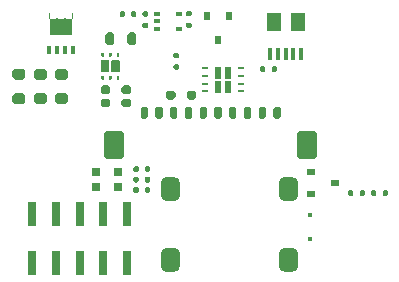
<source format=gtp>
G04 #@! TF.GenerationSoftware,KiCad,Pcbnew,5.1.6*
G04 #@! TF.CreationDate,2020-06-25T22:37:20+02:00*
G04 #@! TF.ProjectId,altimeter,616c7469-6d65-4746-9572-2e6b69636164,V 1.2 Rev. A*
G04 #@! TF.SameCoordinates,Original*
G04 #@! TF.FileFunction,Paste,Top*
G04 #@! TF.FilePolarity,Positive*
%FSLAX46Y46*%
G04 Gerber Fmt 4.6, Leading zero omitted, Abs format (unit mm)*
G04 Created by KiCad (PCBNEW 5.1.6) date 2020-06-25 22:37:20*
%MOMM*%
%LPD*%
G01*
G04 APERTURE LIST*
%ADD10R,0.500000X0.300000*%
%ADD11R,0.600000X1.000000*%
%ADD12R,0.500000X0.260000*%
%ADD13R,0.780000X0.780000*%
%ADD14R,0.340000X0.460000*%
%ADD15C,0.100000*%
%ADD16R,0.304000X0.772000*%
%ADD17R,0.700000X0.620000*%
%ADD18R,0.620000X0.700000*%
%ADD19R,1.180000X1.500000*%
%ADD20R,0.300000X1.060000*%
%ADD21R,0.780000X2.044000*%
G04 APERTURE END LIST*
D10*
X163425000Y-97750000D03*
X163425000Y-99050000D03*
X161525000Y-98400000D03*
X161525000Y-99050000D03*
X161525000Y-97750000D03*
G36*
G01*
X158350301Y-102700000D02*
X157749699Y-102700000D01*
G75*
G02*
X157700000Y-102650301I0J49699D01*
G01*
X157700000Y-101749699D01*
G75*
G02*
X157749699Y-101700000I49699J0D01*
G01*
X158350301Y-101700000D01*
G75*
G02*
X158400000Y-101749699I0J-49699D01*
G01*
X158400000Y-102650301D01*
G75*
G02*
X158350301Y-102700000I-49699J0D01*
G01*
G37*
G36*
G01*
X157450301Y-102700000D02*
X156849699Y-102700000D01*
G75*
G02*
X156800000Y-102650301I0J49699D01*
G01*
X156800000Y-101749699D01*
G75*
G02*
X156849699Y-101700000I49699J0D01*
G01*
X157450301Y-101700000D01*
G75*
G02*
X157500000Y-101749699I0J-49699D01*
G01*
X157500000Y-102650301D01*
G75*
G02*
X157450301Y-102700000I-49699J0D01*
G01*
G37*
G36*
G01*
X158323260Y-101395000D02*
X158176740Y-101395000D01*
G75*
G02*
X158140000Y-101358260I0J36740D01*
G01*
X158140000Y-101091740D01*
G75*
G02*
X158176740Y-101055000I36740J0D01*
G01*
X158323260Y-101055000D01*
G75*
G02*
X158360000Y-101091740I0J-36740D01*
G01*
X158360000Y-101358260D01*
G75*
G02*
X158323260Y-101395000I-36740J0D01*
G01*
G37*
G36*
G01*
X157673260Y-101395000D02*
X157526740Y-101395000D01*
G75*
G02*
X157490000Y-101358260I0J36740D01*
G01*
X157490000Y-101091740D01*
G75*
G02*
X157526740Y-101055000I36740J0D01*
G01*
X157673260Y-101055000D01*
G75*
G02*
X157710000Y-101091740I0J-36740D01*
G01*
X157710000Y-101358260D01*
G75*
G02*
X157673260Y-101395000I-36740J0D01*
G01*
G37*
G36*
G01*
X157023260Y-101395000D02*
X156876740Y-101395000D01*
G75*
G02*
X156840000Y-101358260I0J36740D01*
G01*
X156840000Y-101091740D01*
G75*
G02*
X156876740Y-101055000I36740J0D01*
G01*
X157023260Y-101055000D01*
G75*
G02*
X157060000Y-101091740I0J-36740D01*
G01*
X157060000Y-101358260D01*
G75*
G02*
X157023260Y-101395000I-36740J0D01*
G01*
G37*
G36*
G01*
X158323260Y-103345000D02*
X158176740Y-103345000D01*
G75*
G02*
X158140000Y-103308260I0J36740D01*
G01*
X158140000Y-103041740D01*
G75*
G02*
X158176740Y-103005000I36740J0D01*
G01*
X158323260Y-103005000D01*
G75*
G02*
X158360000Y-103041740I0J-36740D01*
G01*
X158360000Y-103308260D01*
G75*
G02*
X158323260Y-103345000I-36740J0D01*
G01*
G37*
G36*
G01*
X157673260Y-103345000D02*
X157526740Y-103345000D01*
G75*
G02*
X157490000Y-103308260I0J36740D01*
G01*
X157490000Y-103041740D01*
G75*
G02*
X157526740Y-103005000I36740J0D01*
G01*
X157673260Y-103005000D01*
G75*
G02*
X157710000Y-103041740I0J-36740D01*
G01*
X157710000Y-103308260D01*
G75*
G02*
X157673260Y-103345000I-36740J0D01*
G01*
G37*
G36*
G01*
X157023260Y-103345000D02*
X156876740Y-103345000D01*
G75*
G02*
X156840000Y-103308260I0J36740D01*
G01*
X156840000Y-103041740D01*
G75*
G02*
X156876740Y-103005000I36740J0D01*
G01*
X157023260Y-103005000D01*
G75*
G02*
X157060000Y-103041740I0J-36740D01*
G01*
X157060000Y-103308260D01*
G75*
G02*
X157023260Y-103345000I-36740J0D01*
G01*
G37*
G36*
G01*
X158550000Y-105515000D02*
X158550000Y-105145000D01*
G75*
G02*
X158735000Y-104960000I185000J0D01*
G01*
X159185000Y-104960000D01*
G75*
G02*
X159370000Y-105145000I0J-185000D01*
G01*
X159370000Y-105515000D01*
G75*
G02*
X159185000Y-105700000I-185000J0D01*
G01*
X158735000Y-105700000D01*
G75*
G02*
X158550000Y-105515000I0J185000D01*
G01*
G37*
G36*
G01*
X156800000Y-105515000D02*
X156800000Y-105145000D01*
G75*
G02*
X156985000Y-104960000I185000J0D01*
G01*
X157435000Y-104960000D01*
G75*
G02*
X157620000Y-105145000I0J-185000D01*
G01*
X157620000Y-105515000D01*
G75*
G02*
X157435000Y-105700000I-185000J0D01*
G01*
X156985000Y-105700000D01*
G75*
G02*
X156800000Y-105515000I0J185000D01*
G01*
G37*
G36*
G01*
X151330651Y-104505000D02*
X152039349Y-104505000D01*
G75*
G02*
X152235000Y-104700651I0J-195651D01*
G01*
X152235000Y-105209349D01*
G75*
G02*
X152039349Y-105405000I-195651J0D01*
G01*
X151330651Y-105405000D01*
G75*
G02*
X151135000Y-105209349I0J195651D01*
G01*
X151135000Y-104700651D01*
G75*
G02*
X151330651Y-104505000I195651J0D01*
G01*
G37*
G36*
G01*
X151330651Y-102455000D02*
X152039349Y-102455000D01*
G75*
G02*
X152235000Y-102650651I0J-195651D01*
G01*
X152235000Y-103159349D01*
G75*
G02*
X152039349Y-103355000I-195651J0D01*
G01*
X151330651Y-103355000D01*
G75*
G02*
X151135000Y-103159349I0J195651D01*
G01*
X151135000Y-102650651D01*
G75*
G02*
X151330651Y-102455000I195651J0D01*
G01*
G37*
G36*
G01*
X153145651Y-104505000D02*
X153854349Y-104505000D01*
G75*
G02*
X154050000Y-104700651I0J-195651D01*
G01*
X154050000Y-105209349D01*
G75*
G02*
X153854349Y-105405000I-195651J0D01*
G01*
X153145651Y-105405000D01*
G75*
G02*
X152950000Y-105209349I0J195651D01*
G01*
X152950000Y-104700651D01*
G75*
G02*
X153145651Y-104505000I195651J0D01*
G01*
G37*
G36*
G01*
X153145651Y-102455000D02*
X153854349Y-102455000D01*
G75*
G02*
X154050000Y-102650651I0J-195651D01*
G01*
X154050000Y-103159349D01*
G75*
G02*
X153854349Y-103355000I-195651J0D01*
G01*
X153145651Y-103355000D01*
G75*
G02*
X152950000Y-103159349I0J195651D01*
G01*
X152950000Y-102650651D01*
G75*
G02*
X153145651Y-102455000I195651J0D01*
G01*
G37*
G36*
G01*
X149515651Y-104505000D02*
X150224349Y-104505000D01*
G75*
G02*
X150420000Y-104700651I0J-195651D01*
G01*
X150420000Y-105209349D01*
G75*
G02*
X150224349Y-105405000I-195651J0D01*
G01*
X149515651Y-105405000D01*
G75*
G02*
X149320000Y-105209349I0J195651D01*
G01*
X149320000Y-104700651D01*
G75*
G02*
X149515651Y-104505000I195651J0D01*
G01*
G37*
G36*
G01*
X149515651Y-102455000D02*
X150224349Y-102455000D01*
G75*
G02*
X150420000Y-102650651I0J-195651D01*
G01*
X150420000Y-103159349D01*
G75*
G02*
X150224349Y-103355000I-195651J0D01*
G01*
X149515651Y-103355000D01*
G75*
G02*
X149320000Y-103159349I0J195651D01*
G01*
X149320000Y-102650651D01*
G75*
G02*
X149515651Y-102455000I195651J0D01*
G01*
G37*
G36*
G01*
X163135000Y-104475000D02*
X163135000Y-104845000D01*
G75*
G02*
X162950000Y-105030000I-185000J0D01*
G01*
X162500000Y-105030000D01*
G75*
G02*
X162315000Y-104845000I0J185000D01*
G01*
X162315000Y-104475000D01*
G75*
G02*
X162500000Y-104290000I185000J0D01*
G01*
X162950000Y-104290000D01*
G75*
G02*
X163135000Y-104475000I0J-185000D01*
G01*
G37*
G36*
G01*
X164885000Y-104475000D02*
X164885000Y-104845000D01*
G75*
G02*
X164700000Y-105030000I-185000J0D01*
G01*
X164250000Y-105030000D01*
G75*
G02*
X164065000Y-104845000I0J185000D01*
G01*
X164065000Y-104475000D01*
G75*
G02*
X164250000Y-104290000I185000J0D01*
G01*
X164700000Y-104290000D01*
G75*
G02*
X164885000Y-104475000I0J-185000D01*
G01*
G37*
G36*
G01*
X163333000Y-101541000D02*
X163067000Y-101541000D01*
G75*
G02*
X162954000Y-101428000I0J113000D01*
G01*
X162954000Y-101202000D01*
G75*
G02*
X163067000Y-101089000I113000J0D01*
G01*
X163333000Y-101089000D01*
G75*
G02*
X163446000Y-101202000I0J-113000D01*
G01*
X163446000Y-101428000D01*
G75*
G02*
X163333000Y-101541000I-113000J0D01*
G01*
G37*
G36*
G01*
X163333000Y-102511000D02*
X163067000Y-102511000D01*
G75*
G02*
X162954000Y-102398000I0J113000D01*
G01*
X162954000Y-102172000D01*
G75*
G02*
X163067000Y-102059000I113000J0D01*
G01*
X163333000Y-102059000D01*
G75*
G02*
X163446000Y-102172000I0J-113000D01*
G01*
X163446000Y-102398000D01*
G75*
G02*
X163333000Y-102511000I-113000J0D01*
G01*
G37*
G36*
G01*
X159057500Y-100260000D02*
X159057500Y-99540000D01*
G75*
G02*
X159247500Y-99350000I190000J0D01*
G01*
X159627500Y-99350000D01*
G75*
G02*
X159817500Y-99540000I0J-190000D01*
G01*
X159817500Y-100260000D01*
G75*
G02*
X159627500Y-100450000I-190000J0D01*
G01*
X159247500Y-100450000D01*
G75*
G02*
X159057500Y-100260000I0J190000D01*
G01*
G37*
G36*
G01*
X157182500Y-100260000D02*
X157182500Y-99540000D01*
G75*
G02*
X157372500Y-99350000I190000J0D01*
G01*
X157752500Y-99350000D01*
G75*
G02*
X157942500Y-99540000I0J-190000D01*
G01*
X157942500Y-100260000D01*
G75*
G02*
X157752500Y-100450000I-190000J0D01*
G01*
X157372500Y-100450000D01*
G75*
G02*
X157182500Y-100260000I0J190000D01*
G01*
G37*
D11*
X167537500Y-103950000D03*
X166762500Y-103950000D03*
X166762500Y-102750000D03*
X167537500Y-102750000D03*
D12*
X165600000Y-104325000D03*
X165600000Y-103675000D03*
X165600000Y-103025000D03*
X165600000Y-102375000D03*
X168700000Y-102375000D03*
X168700000Y-103025000D03*
X168700000Y-103675000D03*
X168700000Y-104325000D03*
G36*
G01*
X160011000Y-110797000D02*
X160011000Y-111063000D01*
G75*
G02*
X159898000Y-111176000I-113000J0D01*
G01*
X159672000Y-111176000D01*
G75*
G02*
X159559000Y-111063000I0J113000D01*
G01*
X159559000Y-110797000D01*
G75*
G02*
X159672000Y-110684000I113000J0D01*
G01*
X159898000Y-110684000D01*
G75*
G02*
X160011000Y-110797000I0J-113000D01*
G01*
G37*
G36*
G01*
X160981000Y-110797000D02*
X160981000Y-111063000D01*
G75*
G02*
X160868000Y-111176000I-113000J0D01*
G01*
X160642000Y-111176000D01*
G75*
G02*
X160529000Y-111063000I0J113000D01*
G01*
X160529000Y-110797000D01*
G75*
G02*
X160642000Y-110684000I113000J0D01*
G01*
X160868000Y-110684000D01*
G75*
G02*
X160981000Y-110797000I0J-113000D01*
G01*
G37*
G36*
G01*
X160011000Y-111677000D02*
X160011000Y-111943000D01*
G75*
G02*
X159898000Y-112056000I-113000J0D01*
G01*
X159672000Y-112056000D01*
G75*
G02*
X159559000Y-111943000I0J113000D01*
G01*
X159559000Y-111677000D01*
G75*
G02*
X159672000Y-111564000I113000J0D01*
G01*
X159898000Y-111564000D01*
G75*
G02*
X160011000Y-111677000I0J-113000D01*
G01*
G37*
G36*
G01*
X160981000Y-111677000D02*
X160981000Y-111943000D01*
G75*
G02*
X160868000Y-112056000I-113000J0D01*
G01*
X160642000Y-112056000D01*
G75*
G02*
X160529000Y-111943000I0J113000D01*
G01*
X160529000Y-111677000D01*
G75*
G02*
X160642000Y-111564000I113000J0D01*
G01*
X160868000Y-111564000D01*
G75*
G02*
X160981000Y-111677000I0J-113000D01*
G01*
G37*
G36*
G01*
X160011000Y-112557000D02*
X160011000Y-112823000D01*
G75*
G02*
X159898000Y-112936000I-113000J0D01*
G01*
X159672000Y-112936000D01*
G75*
G02*
X159559000Y-112823000I0J113000D01*
G01*
X159559000Y-112557000D01*
G75*
G02*
X159672000Y-112444000I113000J0D01*
G01*
X159898000Y-112444000D01*
G75*
G02*
X160011000Y-112557000I0J-113000D01*
G01*
G37*
G36*
G01*
X160981000Y-112557000D02*
X160981000Y-112823000D01*
G75*
G02*
X160868000Y-112936000I-113000J0D01*
G01*
X160642000Y-112936000D01*
G75*
G02*
X160529000Y-112823000I0J113000D01*
G01*
X160529000Y-112557000D01*
G75*
G02*
X160642000Y-112444000I113000J0D01*
G01*
X160868000Y-112444000D01*
G75*
G02*
X160981000Y-112557000I0J-113000D01*
G01*
G37*
D13*
X158225000Y-112425000D03*
X156375000Y-112425000D03*
X156375000Y-111175000D03*
X158225000Y-111175000D03*
G36*
G01*
X173445000Y-109892381D02*
X173445000Y-107907619D01*
G75*
G02*
X173642619Y-107710000I197619J0D01*
G01*
X174907381Y-107710000D01*
G75*
G02*
X175105000Y-107907619I0J-197619D01*
G01*
X175105000Y-109892381D01*
G75*
G02*
X174907381Y-110090000I-197619J0D01*
G01*
X173642619Y-110090000D01*
G75*
G02*
X173445000Y-109892381I0J197619D01*
G01*
G37*
G36*
G01*
X157095000Y-109892381D02*
X157095000Y-107907619D01*
G75*
G02*
X157292619Y-107710000I197619J0D01*
G01*
X158557381Y-107710000D01*
G75*
G02*
X158755000Y-107907619I0J-197619D01*
G01*
X158755000Y-109892381D01*
G75*
G02*
X158557381Y-110090000I-197619J0D01*
G01*
X157292619Y-110090000D01*
G75*
G02*
X157095000Y-109892381I0J197619D01*
G01*
G37*
G36*
G01*
X171415000Y-106505000D02*
X171415000Y-105795000D01*
G75*
G02*
X171570000Y-105640000I155000J0D01*
G01*
X171880000Y-105640000D01*
G75*
G02*
X172035000Y-105795000I0J-155000D01*
G01*
X172035000Y-106505000D01*
G75*
G02*
X171880000Y-106660000I-155000J0D01*
G01*
X171570000Y-106660000D01*
G75*
G02*
X171415000Y-106505000I0J155000D01*
G01*
G37*
G36*
G01*
X170165000Y-106505000D02*
X170165000Y-105795000D01*
G75*
G02*
X170320000Y-105640000I155000J0D01*
G01*
X170630000Y-105640000D01*
G75*
G02*
X170785000Y-105795000I0J-155000D01*
G01*
X170785000Y-106505000D01*
G75*
G02*
X170630000Y-106660000I-155000J0D01*
G01*
X170320000Y-106660000D01*
G75*
G02*
X170165000Y-106505000I0J155000D01*
G01*
G37*
G36*
G01*
X168915000Y-106505000D02*
X168915000Y-105795000D01*
G75*
G02*
X169070000Y-105640000I155000J0D01*
G01*
X169380000Y-105640000D01*
G75*
G02*
X169535000Y-105795000I0J-155000D01*
G01*
X169535000Y-106505000D01*
G75*
G02*
X169380000Y-106660000I-155000J0D01*
G01*
X169070000Y-106660000D01*
G75*
G02*
X168915000Y-106505000I0J155000D01*
G01*
G37*
G36*
G01*
X167665000Y-106505000D02*
X167665000Y-105795000D01*
G75*
G02*
X167820000Y-105640000I155000J0D01*
G01*
X168130000Y-105640000D01*
G75*
G02*
X168285000Y-105795000I0J-155000D01*
G01*
X168285000Y-106505000D01*
G75*
G02*
X168130000Y-106660000I-155000J0D01*
G01*
X167820000Y-106660000D01*
G75*
G02*
X167665000Y-106505000I0J155000D01*
G01*
G37*
G36*
G01*
X166415000Y-106505000D02*
X166415000Y-105795000D01*
G75*
G02*
X166570000Y-105640000I155000J0D01*
G01*
X166880000Y-105640000D01*
G75*
G02*
X167035000Y-105795000I0J-155000D01*
G01*
X167035000Y-106505000D01*
G75*
G02*
X166880000Y-106660000I-155000J0D01*
G01*
X166570000Y-106660000D01*
G75*
G02*
X166415000Y-106505000I0J155000D01*
G01*
G37*
G36*
G01*
X165165000Y-106505000D02*
X165165000Y-105795000D01*
G75*
G02*
X165320000Y-105640000I155000J0D01*
G01*
X165630000Y-105640000D01*
G75*
G02*
X165785000Y-105795000I0J-155000D01*
G01*
X165785000Y-106505000D01*
G75*
G02*
X165630000Y-106660000I-155000J0D01*
G01*
X165320000Y-106660000D01*
G75*
G02*
X165165000Y-106505000I0J155000D01*
G01*
G37*
G36*
G01*
X163915000Y-106505000D02*
X163915000Y-105795000D01*
G75*
G02*
X164070000Y-105640000I155000J0D01*
G01*
X164380000Y-105640000D01*
G75*
G02*
X164535000Y-105795000I0J-155000D01*
G01*
X164535000Y-106505000D01*
G75*
G02*
X164380000Y-106660000I-155000J0D01*
G01*
X164070000Y-106660000D01*
G75*
G02*
X163915000Y-106505000I0J155000D01*
G01*
G37*
G36*
G01*
X162665000Y-106505000D02*
X162665000Y-105795000D01*
G75*
G02*
X162820000Y-105640000I155000J0D01*
G01*
X163130000Y-105640000D01*
G75*
G02*
X163285000Y-105795000I0J-155000D01*
G01*
X163285000Y-106505000D01*
G75*
G02*
X163130000Y-106660000I-155000J0D01*
G01*
X162820000Y-106660000D01*
G75*
G02*
X162665000Y-106505000I0J155000D01*
G01*
G37*
G36*
G01*
X161415000Y-106505000D02*
X161415000Y-105795000D01*
G75*
G02*
X161570000Y-105640000I155000J0D01*
G01*
X161880000Y-105640000D01*
G75*
G02*
X162035000Y-105795000I0J-155000D01*
G01*
X162035000Y-106505000D01*
G75*
G02*
X161880000Y-106660000I-155000J0D01*
G01*
X161570000Y-106660000D01*
G75*
G02*
X161415000Y-106505000I0J155000D01*
G01*
G37*
G36*
G01*
X160165000Y-106505000D02*
X160165000Y-105795000D01*
G75*
G02*
X160320000Y-105640000I155000J0D01*
G01*
X160630000Y-105640000D01*
G75*
G02*
X160785000Y-105795000I0J-155000D01*
G01*
X160785000Y-106505000D01*
G75*
G02*
X160630000Y-106660000I-155000J0D01*
G01*
X160320000Y-106660000D01*
G75*
G02*
X160165000Y-106505000I0J155000D01*
G01*
G37*
D14*
X174498000Y-114774000D03*
X174498000Y-116874000D03*
G36*
G01*
X178709000Y-113083000D02*
X178709000Y-112817000D01*
G75*
G02*
X178822000Y-112704000I113000J0D01*
G01*
X179048000Y-112704000D01*
G75*
G02*
X179161000Y-112817000I0J-113000D01*
G01*
X179161000Y-113083000D01*
G75*
G02*
X179048000Y-113196000I-113000J0D01*
G01*
X178822000Y-113196000D01*
G75*
G02*
X178709000Y-113083000I0J113000D01*
G01*
G37*
G36*
G01*
X177739000Y-113083000D02*
X177739000Y-112817000D01*
G75*
G02*
X177852000Y-112704000I113000J0D01*
G01*
X178078000Y-112704000D01*
G75*
G02*
X178191000Y-112817000I0J-113000D01*
G01*
X178191000Y-113083000D01*
G75*
G02*
X178078000Y-113196000I-113000J0D01*
G01*
X177852000Y-113196000D01*
G75*
G02*
X177739000Y-113083000I0J113000D01*
G01*
G37*
D15*
G36*
X152460000Y-97692500D02*
G01*
X152460000Y-98020000D01*
X152463507Y-98055604D01*
X152473892Y-98089840D01*
X152490757Y-98121392D01*
X152513453Y-98149047D01*
X152541108Y-98171743D01*
X152572660Y-98188608D01*
X152606896Y-98198993D01*
X152642500Y-98202500D01*
X152897500Y-98202500D01*
X152933104Y-98198993D01*
X152967340Y-98188608D01*
X152998892Y-98171743D01*
X153026547Y-98149047D01*
X153049243Y-98121392D01*
X153066108Y-98089840D01*
X153076493Y-98055604D01*
X153080000Y-98020000D01*
X153080000Y-97692500D01*
X153120000Y-97692500D01*
X153120000Y-98020000D01*
X153123507Y-98055604D01*
X153133892Y-98089840D01*
X153150757Y-98121392D01*
X153173453Y-98149047D01*
X153201108Y-98171743D01*
X153232660Y-98188608D01*
X153266896Y-98198993D01*
X153302500Y-98202500D01*
X153557500Y-98202500D01*
X153593104Y-98198993D01*
X153627340Y-98188608D01*
X153658892Y-98171743D01*
X153686547Y-98149047D01*
X153709243Y-98121392D01*
X153726108Y-98089840D01*
X153736493Y-98055604D01*
X153740000Y-98020000D01*
X153740000Y-97692500D01*
X153780000Y-97692500D01*
X153780000Y-98020000D01*
X153783507Y-98055604D01*
X153793892Y-98089840D01*
X153810757Y-98121392D01*
X153833453Y-98149047D01*
X153861108Y-98171743D01*
X153892660Y-98188608D01*
X153926896Y-98198993D01*
X153962500Y-98202500D01*
X154217500Y-98202500D01*
X154253104Y-98198993D01*
X154287340Y-98188608D01*
X154318892Y-98171743D01*
X154346547Y-98149047D01*
X154369243Y-98121392D01*
X154386108Y-98089840D01*
X154396493Y-98055604D01*
X154400000Y-98020000D01*
X154400000Y-97692500D01*
X154442500Y-97692500D01*
X154442500Y-98121218D01*
X154418453Y-98140953D01*
X154395757Y-98168608D01*
X154378892Y-98200160D01*
X154368507Y-98234396D01*
X154365000Y-98270000D01*
X154365000Y-99562500D01*
X152495000Y-99562500D01*
X152495000Y-98270000D01*
X152491493Y-98234396D01*
X152481108Y-98200160D01*
X152464243Y-98168608D01*
X152441547Y-98140953D01*
X152417500Y-98121218D01*
X152417500Y-97692500D01*
X152460000Y-97692500D01*
G37*
D16*
X154420000Y-100875000D03*
X153760000Y-100875000D03*
X153100000Y-100875000D03*
X152440000Y-100875000D03*
G36*
G01*
X180141000Y-112817000D02*
X180141000Y-113083000D01*
G75*
G02*
X180028000Y-113196000I-113000J0D01*
G01*
X179802000Y-113196000D01*
G75*
G02*
X179689000Y-113083000I0J113000D01*
G01*
X179689000Y-112817000D01*
G75*
G02*
X179802000Y-112704000I113000J0D01*
G01*
X180028000Y-112704000D01*
G75*
G02*
X180141000Y-112817000I0J-113000D01*
G01*
G37*
G36*
G01*
X181111000Y-112817000D02*
X181111000Y-113083000D01*
G75*
G02*
X180998000Y-113196000I-113000J0D01*
G01*
X180772000Y-113196000D01*
G75*
G02*
X180659000Y-113083000I0J113000D01*
G01*
X180659000Y-112817000D01*
G75*
G02*
X180772000Y-112704000I113000J0D01*
G01*
X180998000Y-112704000D01*
G75*
G02*
X181111000Y-112817000I0J-113000D01*
G01*
G37*
G36*
G01*
X164117000Y-98509000D02*
X164383000Y-98509000D01*
G75*
G02*
X164496000Y-98622000I0J-113000D01*
G01*
X164496000Y-98848000D01*
G75*
G02*
X164383000Y-98961000I-113000J0D01*
G01*
X164117000Y-98961000D01*
G75*
G02*
X164004000Y-98848000I0J113000D01*
G01*
X164004000Y-98622000D01*
G75*
G02*
X164117000Y-98509000I113000J0D01*
G01*
G37*
G36*
G01*
X164117000Y-97539000D02*
X164383000Y-97539000D01*
G75*
G02*
X164496000Y-97652000I0J-113000D01*
G01*
X164496000Y-97878000D01*
G75*
G02*
X164383000Y-97991000I-113000J0D01*
G01*
X164117000Y-97991000D01*
G75*
G02*
X164004000Y-97878000I0J113000D01*
G01*
X164004000Y-97652000D01*
G75*
G02*
X164117000Y-97539000I113000J0D01*
G01*
G37*
D17*
X176600000Y-112100000D03*
X174600000Y-113050000D03*
X174600000Y-111150000D03*
G36*
G01*
X163085800Y-113598100D02*
X162295800Y-113598100D01*
G75*
G02*
X161900800Y-113203100I0J395000D01*
G01*
X161900800Y-112013100D01*
G75*
G02*
X162295800Y-111618100I395000J0D01*
G01*
X163085800Y-111618100D01*
G75*
G02*
X163480800Y-112013100I0J-395000D01*
G01*
X163480800Y-113203100D01*
G75*
G02*
X163085800Y-113598100I-395000J0D01*
G01*
G37*
G36*
G01*
X173085800Y-113598100D02*
X172295800Y-113598100D01*
G75*
G02*
X171900800Y-113203100I0J395000D01*
G01*
X171900800Y-112013100D01*
G75*
G02*
X172295800Y-111618100I395000J0D01*
G01*
X173085800Y-111618100D01*
G75*
G02*
X173480800Y-112013100I0J-395000D01*
G01*
X173480800Y-113203100D01*
G75*
G02*
X173085800Y-113598100I-395000J0D01*
G01*
G37*
G36*
G01*
X173085800Y-119598100D02*
X172295800Y-119598100D01*
G75*
G02*
X171900800Y-119203100I0J395000D01*
G01*
X171900800Y-118013100D01*
G75*
G02*
X172295800Y-117618100I395000J0D01*
G01*
X173085800Y-117618100D01*
G75*
G02*
X173480800Y-118013100I0J-395000D01*
G01*
X173480800Y-119203100D01*
G75*
G02*
X173085800Y-119598100I-395000J0D01*
G01*
G37*
G36*
G01*
X163085800Y-119598100D02*
X162295800Y-119598100D01*
G75*
G02*
X161900800Y-119203100I0J395000D01*
G01*
X161900800Y-118013100D01*
G75*
G02*
X162295800Y-117618100I395000J0D01*
G01*
X163085800Y-117618100D01*
G75*
G02*
X163480800Y-118013100I0J-395000D01*
G01*
X163480800Y-119203100D01*
G75*
G02*
X163085800Y-119598100I-395000J0D01*
G01*
G37*
G36*
G01*
X170741000Y-102317000D02*
X170741000Y-102583000D01*
G75*
G02*
X170628000Y-102696000I-113000J0D01*
G01*
X170402000Y-102696000D01*
G75*
G02*
X170289000Y-102583000I0J113000D01*
G01*
X170289000Y-102317000D01*
G75*
G02*
X170402000Y-102204000I113000J0D01*
G01*
X170628000Y-102204000D01*
G75*
G02*
X170741000Y-102317000I0J-113000D01*
G01*
G37*
G36*
G01*
X171711000Y-102317000D02*
X171711000Y-102583000D01*
G75*
G02*
X171598000Y-102696000I-113000J0D01*
G01*
X171372000Y-102696000D01*
G75*
G02*
X171259000Y-102583000I0J113000D01*
G01*
X171259000Y-102317000D01*
G75*
G02*
X171372000Y-102204000I113000J0D01*
G01*
X171598000Y-102204000D01*
G75*
G02*
X171711000Y-102317000I0J-113000D01*
G01*
G37*
G36*
G01*
X160442000Y-98534000D02*
X160708000Y-98534000D01*
G75*
G02*
X160821000Y-98647000I0J-113000D01*
G01*
X160821000Y-98873000D01*
G75*
G02*
X160708000Y-98986000I-113000J0D01*
G01*
X160442000Y-98986000D01*
G75*
G02*
X160329000Y-98873000I0J113000D01*
G01*
X160329000Y-98647000D01*
G75*
G02*
X160442000Y-98534000I113000J0D01*
G01*
G37*
G36*
G01*
X160442000Y-97564000D02*
X160708000Y-97564000D01*
G75*
G02*
X160821000Y-97677000I0J-113000D01*
G01*
X160821000Y-97903000D01*
G75*
G02*
X160708000Y-98016000I-113000J0D01*
G01*
X160442000Y-98016000D01*
G75*
G02*
X160329000Y-97903000I0J113000D01*
G01*
X160329000Y-97677000D01*
G75*
G02*
X160442000Y-97564000I113000J0D01*
G01*
G37*
G36*
G01*
X159359000Y-97933000D02*
X159359000Y-97667000D01*
G75*
G02*
X159472000Y-97554000I113000J0D01*
G01*
X159698000Y-97554000D01*
G75*
G02*
X159811000Y-97667000I0J-113000D01*
G01*
X159811000Y-97933000D01*
G75*
G02*
X159698000Y-98046000I-113000J0D01*
G01*
X159472000Y-98046000D01*
G75*
G02*
X159359000Y-97933000I0J113000D01*
G01*
G37*
G36*
G01*
X158389000Y-97933000D02*
X158389000Y-97667000D01*
G75*
G02*
X158502000Y-97554000I113000J0D01*
G01*
X158728000Y-97554000D01*
G75*
G02*
X158841000Y-97667000I0J-113000D01*
G01*
X158841000Y-97933000D01*
G75*
G02*
X158728000Y-98046000I-113000J0D01*
G01*
X158502000Y-98046000D01*
G75*
G02*
X158389000Y-97933000I0J113000D01*
G01*
G37*
D18*
X166700000Y-99950000D03*
X165750000Y-97950000D03*
X167650000Y-97950000D03*
D19*
X173460000Y-98462500D03*
D20*
X172460000Y-101162500D03*
X171810000Y-101162500D03*
X171160000Y-101162500D03*
X173760000Y-101162500D03*
X173110000Y-101162500D03*
D19*
X171460000Y-98462500D03*
D21*
X159000000Y-114715000D03*
X159000000Y-118885000D03*
X157000000Y-114715000D03*
X157000000Y-118885000D03*
X155000000Y-114715000D03*
X155000000Y-118885000D03*
X153000000Y-114715000D03*
X153000000Y-118885000D03*
X151000000Y-114715000D03*
X151000000Y-118885000D03*
G36*
G01*
X158550000Y-104385000D02*
X158550000Y-104015000D01*
G75*
G02*
X158735000Y-103830000I185000J0D01*
G01*
X159185000Y-103830000D01*
G75*
G02*
X159370000Y-104015000I0J-185000D01*
G01*
X159370000Y-104385000D01*
G75*
G02*
X159185000Y-104570000I-185000J0D01*
G01*
X158735000Y-104570000D01*
G75*
G02*
X158550000Y-104385000I0J185000D01*
G01*
G37*
G36*
G01*
X156800000Y-104385000D02*
X156800000Y-104015000D01*
G75*
G02*
X156985000Y-103830000I185000J0D01*
G01*
X157435000Y-103830000D01*
G75*
G02*
X157620000Y-104015000I0J-185000D01*
G01*
X157620000Y-104385000D01*
G75*
G02*
X157435000Y-104570000I-185000J0D01*
G01*
X156985000Y-104570000D01*
G75*
G02*
X156800000Y-104385000I0J185000D01*
G01*
G37*
M02*

</source>
